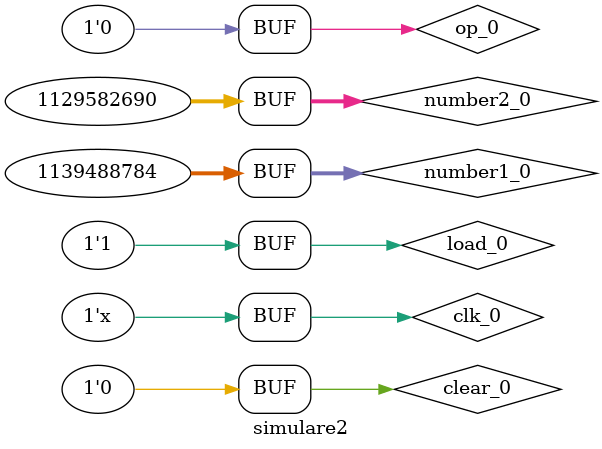
<source format=v>
`timescale 1ns / 1ps


module simulare2();

    reg[31:0] number1_0, number2_0;
    reg clear_0, clk_0, load_0, op_0;
    wire[31:0] result_0;
    
    always #5 clk_0 = ~clk_0;

    design_1_wrapper test(clear_0, clk_0, load_0, number1_0, number2_0, op_0, result_0);
    
    initial begin
        number1_0 = 32'b01000011111010110011100000010000; 
        number2_0 = 32'b01000011010101000001000001100010;
        op_0 = 0; clear_0 = 0; clk_0 = 1; load_0 = 1;
    end

    
endmodule

</source>
